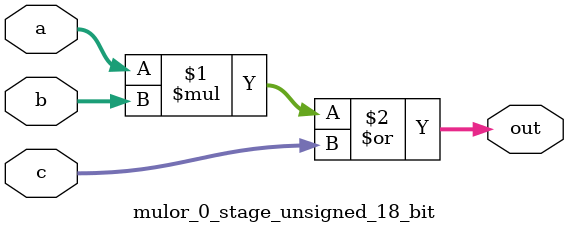
<source format=sv>
(* use_dsp = "yes" *) module mulor_0_stage_unsigned_18_bit(
	input  [17:0] a,
	input  [17:0] b,
	input  [17:0] c,
	output [17:0] out
	);

	assign out = (a * b) | c;
endmodule

</source>
